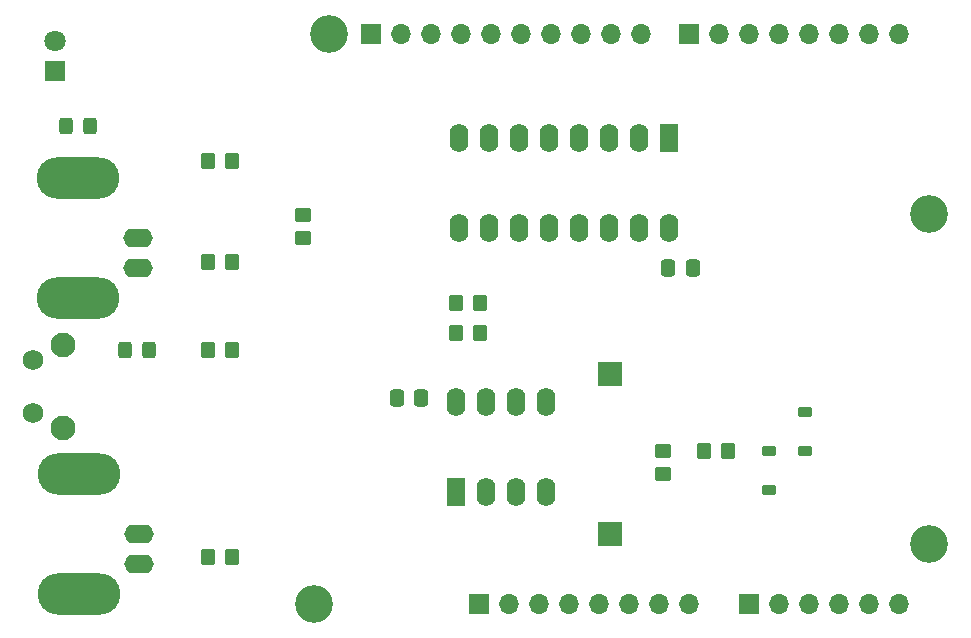
<source format=gbr>
%TF.GenerationSoftware,KiCad,Pcbnew,7.0.2*%
%TF.CreationDate,2023-08-08T17:25:24+02:00*%
%TF.ProjectId,pulse_generator,70756c73-655f-4676-956e-657261746f72,rev?*%
%TF.SameCoordinates,Original*%
%TF.FileFunction,Soldermask,Top*%
%TF.FilePolarity,Negative*%
%FSLAX46Y46*%
G04 Gerber Fmt 4.6, Leading zero omitted, Abs format (unit mm)*
G04 Created by KiCad (PCBNEW 7.0.2) date 2023-08-08 17:25:24*
%MOMM*%
%LPD*%
G01*
G04 APERTURE LIST*
G04 Aperture macros list*
%AMRoundRect*
0 Rectangle with rounded corners*
0 $1 Rounding radius*
0 $2 $3 $4 $5 $6 $7 $8 $9 X,Y pos of 4 corners*
0 Add a 4 corners polygon primitive as box body*
4,1,4,$2,$3,$4,$5,$6,$7,$8,$9,$2,$3,0*
0 Add four circle primitives for the rounded corners*
1,1,$1+$1,$2,$3*
1,1,$1+$1,$4,$5*
1,1,$1+$1,$6,$7*
1,1,$1+$1,$8,$9*
0 Add four rect primitives between the rounded corners*
20,1,$1+$1,$2,$3,$4,$5,0*
20,1,$1+$1,$4,$5,$6,$7,0*
20,1,$1+$1,$6,$7,$8,$9,0*
20,1,$1+$1,$8,$9,$2,$3,0*%
G04 Aperture macros list end*
%ADD10R,1.700000X1.700000*%
%ADD11O,1.700000X1.700000*%
%ADD12RoundRect,0.225000X0.375000X-0.225000X0.375000X0.225000X-0.375000X0.225000X-0.375000X-0.225000X0*%
%ADD13R,2.000000X2.000000*%
%ADD14C,2.100000*%
%ADD15C,1.750000*%
%ADD16R,1.800000X1.800000*%
%ADD17C,1.800000*%
%ADD18RoundRect,0.250000X-0.350000X-0.450000X0.350000X-0.450000X0.350000X0.450000X-0.350000X0.450000X0*%
%ADD19O,2.500000X1.600000*%
%ADD20O,7.000000X3.500000*%
%ADD21RoundRect,0.250000X0.325000X0.450000X-0.325000X0.450000X-0.325000X-0.450000X0.325000X-0.450000X0*%
%ADD22RoundRect,0.250000X0.450000X-0.350000X0.450000X0.350000X-0.450000X0.350000X-0.450000X-0.350000X0*%
%ADD23R,1.600000X2.400000*%
%ADD24O,1.600000X2.400000*%
%ADD25C,3.200000*%
%ADD26RoundRect,0.250000X0.337500X0.475000X-0.337500X0.475000X-0.337500X-0.475000X0.337500X-0.475000X0*%
%ADD27RoundRect,0.250000X0.350000X0.450000X-0.350000X0.450000X-0.350000X-0.450000X0.350000X-0.450000X0*%
%ADD28RoundRect,0.250000X-0.450000X0.350000X-0.450000X-0.350000X0.450000X-0.350000X0.450000X0.350000X0*%
%ADD29RoundRect,0.250000X-0.337500X-0.475000X0.337500X-0.475000X0.337500X0.475000X-0.337500X0.475000X0*%
G04 APERTURE END LIST*
D10*
%TO.C,J1*%
X127940000Y-97460000D03*
D11*
X130480000Y-97460000D03*
X133020000Y-97460000D03*
X135560000Y-97460000D03*
X138100000Y-97460000D03*
X140640000Y-97460000D03*
X143180000Y-97460000D03*
X145720000Y-97460000D03*
%TD*%
D10*
%TO.C,J3*%
X150800000Y-97460000D03*
D11*
X153340000Y-97460000D03*
X155880000Y-97460000D03*
X158420000Y-97460000D03*
X160960000Y-97460000D03*
X163500000Y-97460000D03*
%TD*%
D10*
%TO.C,J2*%
X118800000Y-49200000D03*
D11*
X121340000Y-49200000D03*
X123880000Y-49200000D03*
X126420000Y-49200000D03*
X128960000Y-49200000D03*
X131500000Y-49200000D03*
X134040000Y-49200000D03*
X136580000Y-49200000D03*
X139120000Y-49200000D03*
X141660000Y-49200000D03*
%TD*%
D10*
%TO.C,J4*%
X145700000Y-49200000D03*
D11*
X148240000Y-49200000D03*
X150780000Y-49200000D03*
X153320000Y-49200000D03*
X155860000Y-49200000D03*
X158400000Y-49200000D03*
X160940000Y-49200000D03*
X163480000Y-49200000D03*
%TD*%
D12*
%TO.C,D1*%
X152500000Y-87850000D03*
X152500000Y-84550000D03*
%TD*%
D13*
%TO.C,TP2*%
X139000000Y-91500000D03*
%TD*%
D14*
%TO.C,SW1*%
X92702500Y-82525000D03*
X92702500Y-75515000D03*
D15*
X90212500Y-81275000D03*
X90212500Y-76775000D03*
%TD*%
D16*
%TO.C,D3*%
X92000000Y-52300000D03*
D17*
X92000000Y-49760000D03*
%TD*%
D18*
%TO.C,R7*%
X105000000Y-76000000D03*
X107000000Y-76000000D03*
%TD*%
D12*
%TO.C,D2*%
X155500000Y-84500000D03*
X155500000Y-81200000D03*
%TD*%
D19*
%TO.C,J5*%
X99150000Y-91500000D03*
D20*
X94070000Y-96580000D03*
D19*
X99150000Y-94040000D03*
D20*
X94070000Y-86420000D03*
%TD*%
D21*
%TO.C,D5*%
X95025000Y-57000000D03*
X92975000Y-57000000D03*
%TD*%
D22*
%TO.C,R4*%
X113000000Y-66500000D03*
X113000000Y-64500000D03*
%TD*%
D23*
%TO.C,U2*%
X144000000Y-58000000D03*
D24*
X141460000Y-58000000D03*
X138920000Y-58000000D03*
X136380000Y-58000000D03*
X133840000Y-58000000D03*
X131300000Y-58000000D03*
X128760000Y-58000000D03*
X126220000Y-58000000D03*
X126220000Y-65620000D03*
X128760000Y-65620000D03*
X131300000Y-65620000D03*
X133840000Y-65620000D03*
X136380000Y-65620000D03*
X138920000Y-65620000D03*
X141460000Y-65620000D03*
X144000000Y-65620000D03*
%TD*%
D18*
%TO.C,R8*%
X105000000Y-93500000D03*
X107000000Y-93500000D03*
%TD*%
%TO.C,R3*%
X126000000Y-74500000D03*
X128000000Y-74500000D03*
%TD*%
D23*
%TO.C,U1*%
X126000000Y-88000000D03*
D24*
X128540000Y-88000000D03*
X131080000Y-88000000D03*
X133620000Y-88000000D03*
X133620000Y-80380000D03*
X131080000Y-80380000D03*
X128540000Y-80380000D03*
X126000000Y-80380000D03*
%TD*%
D25*
%TO.C,MH1*%
X115240000Y-49200000D03*
%TD*%
D21*
%TO.C,D4*%
X100025000Y-76000000D03*
X97975000Y-76000000D03*
%TD*%
D18*
%TO.C,R1*%
X147000000Y-84500000D03*
X149000000Y-84500000D03*
%TD*%
D13*
%TO.C,TP1*%
X139000000Y-78000000D03*
%TD*%
D26*
%TO.C,C3*%
X123037500Y-80000000D03*
X120962500Y-80000000D03*
%TD*%
D18*
%TO.C,R9*%
X105000000Y-68500000D03*
X107000000Y-68500000D03*
%TD*%
D27*
%TO.C,R5*%
X128000000Y-72000000D03*
X126000000Y-72000000D03*
%TD*%
D25*
%TO.C,MH2*%
X113970000Y-97460000D03*
%TD*%
D27*
%TO.C,R6*%
X107000000Y-60000000D03*
X105000000Y-60000000D03*
%TD*%
D25*
%TO.C,MH3*%
X166040000Y-64440000D03*
%TD*%
%TO.C,MH4*%
X166040000Y-92380000D03*
%TD*%
D28*
%TO.C,R2*%
X143500000Y-84500000D03*
X143500000Y-86500000D03*
%TD*%
D19*
%TO.C,J6*%
X99100000Y-66500000D03*
D20*
X94020000Y-71580000D03*
D19*
X99100000Y-69040000D03*
D20*
X94020000Y-61420000D03*
%TD*%
D29*
%TO.C,C1*%
X143962500Y-69000000D03*
X146037500Y-69000000D03*
%TD*%
M02*

</source>
